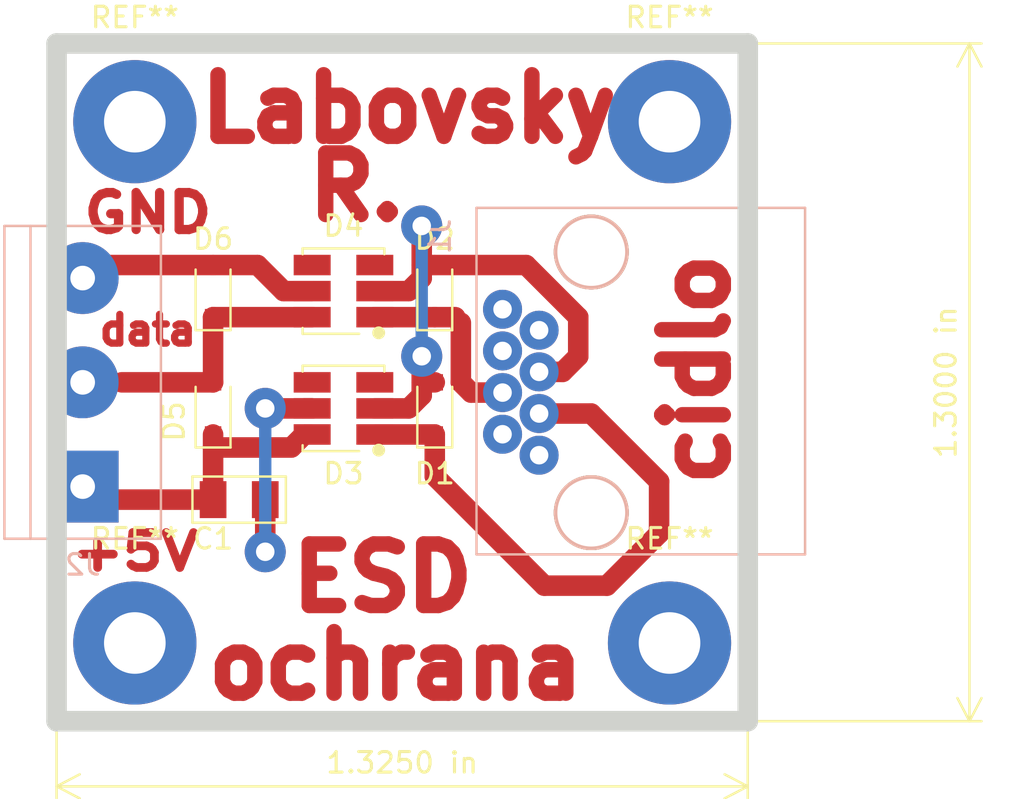
<source format=kicad_pcb>
(kicad_pcb (version 20171130) (host pcbnew "(5.1.5)-3")

  (general
    (thickness 1.6)
    (drawings 14)
    (tracks 53)
    (zones 0)
    (modules 13)
    (nets 15)
  )

  (page A4)
  (layers
    (0 F.Cu signal)
    (31 B.Cu signal)
    (32 B.Adhes user)
    (33 F.Adhes user)
    (34 B.Paste user)
    (35 F.Paste user)
    (36 B.SilkS user)
    (37 F.SilkS user)
    (38 B.Mask user)
    (39 F.Mask user)
    (40 Dwgs.User user)
    (41 Cmts.User user)
    (42 Eco1.User user)
    (43 Eco2.User user)
    (44 Edge.Cuts user)
    (45 Margin user)
    (46 B.CrtYd user)
    (47 F.CrtYd user)
    (48 B.Fab user hide)
    (49 F.Fab user hide)
  )

  (setup
    (last_trace_width 1)
    (user_trace_width 0.6)
    (user_trace_width 1)
    (trace_clearance 0.2)
    (zone_clearance 0.508)
    (zone_45_only no)
    (trace_min 0.2)
    (via_size 0.8)
    (via_drill 0.4)
    (via_min_size 0.4)
    (via_min_drill 0.3)
    (uvia_size 0.3)
    (uvia_drill 0.1)
    (uvias_allowed no)
    (uvia_min_size 0.2)
    (uvia_min_drill 0.1)
    (edge_width 0.05)
    (segment_width 0.2)
    (pcb_text_width 0.3)
    (pcb_text_size 1.5 1.5)
    (mod_edge_width 0.12)
    (mod_text_size 1 1)
    (mod_text_width 0.15)
    (pad_size 6 6)
    (pad_drill 3)
    (pad_to_mask_clearance 0.051)
    (solder_mask_min_width 0.25)
    (aux_axis_origin 0 0)
    (visible_elements 7FFFFFFF)
    (pcbplotparams
      (layerselection 0x00000_7fffffff)
      (usegerberextensions false)
      (usegerberattributes false)
      (usegerberadvancedattributes false)
      (creategerberjobfile false)
      (excludeedgelayer false)
      (linewidth 0.100000)
      (plotframeref false)
      (viasonmask true)
      (mode 1)
      (useauxorigin false)
      (hpglpennumber 1)
      (hpglpenspeed 20)
      (hpglpendiameter 15.000000)
      (psnegative false)
      (psa4output false)
      (plotreference false)
      (plotvalue false)
      (plotinvisibletext false)
      (padsonsilk true)
      (subtractmaskfromsilk false)
      (outputformat 5)
      (mirror true)
      (drillshape 1)
      (scaleselection 1)
      (outputdirectory "C:/Users/labovsky/Desktop/plosnaky3/"))
  )

  (net 0 "")
  (net 1 GND)
  (net 2 +5V)
  (net 3 "Net-(D3-Pad4)")
  (net 4 "Net-(D3-Pad3)")
  (net 5 "Net-(D4-Pad3)")
  (net 6 "Net-(D4-Pad4)")
  (net 7 "Net-(D4-Pad6)")
  (net 8 "Net-(J1-Pad7)")
  (net 9 "Net-(J1-Pad6)")
  (net 10 "Net-(J1-Pad2)")
  (net 11 "Net-(J1-Pad1)")
  (net 12 "Net-(J1-Pad8)")
  (net 13 /data)
  (net 14 "Net-(C1-Pad1)")

  (net_class Default "This is the default net class."
    (clearance 0.2)
    (trace_width 0.25)
    (via_dia 0.8)
    (via_drill 0.4)
    (uvia_dia 0.3)
    (uvia_drill 0.1)
    (add_net +5V)
    (add_net /data)
    (add_net GND)
    (add_net "Net-(C1-Pad1)")
    (add_net "Net-(D3-Pad3)")
    (add_net "Net-(D3-Pad4)")
    (add_net "Net-(D4-Pad3)")
    (add_net "Net-(D4-Pad4)")
    (add_net "Net-(D4-Pad6)")
    (add_net "Net-(J1-Pad1)")
    (add_net "Net-(J1-Pad2)")
    (add_net "Net-(J1-Pad6)")
    (add_net "Net-(J1-Pad7)")
    (add_net "Net-(J1-Pad8)")
  )

  (module Connector_Wire:SolderWirePad_1x01_Drill2.5mm (layer F.Cu) (tedit 5F09C6BB) (tstamp 5F0A1CA3)
    (at 220.98 97.79)
    (descr "Wire solder connection")
    (tags connector)
    (attr virtual)
    (fp_text reference REF** (at 0 -5.08) (layer F.SilkS)
      (effects (font (size 1 1) (thickness 0.15)))
    )
    (fp_text value SolderWirePad_1x01_Drill2.5mm (at 0 5.08) (layer F.Fab)
      (effects (font (size 1 1) (thickness 0.15)))
    )
    (fp_text user %R (at 0 0) (layer F.Fab)
      (effects (font (size 1 1) (thickness 0.15)))
    )
    (fp_line (start -3.5 -3.5) (end 3.5 -3.5) (layer F.CrtYd) (width 0.05))
    (fp_line (start -3.5 -3.5) (end -3.5 3.5) (layer F.CrtYd) (width 0.05))
    (fp_line (start 3.5 3.5) (end 3.5 -3.5) (layer F.CrtYd) (width 0.05))
    (fp_line (start 3.5 3.5) (end -3.5 3.5) (layer F.CrtYd) (width 0.05))
    (pad 4 thru_hole circle (at 0 0) (size 6 6) (drill 3) (layers *.Cu *.Mask))
  )

  (module Connector_Wire:SolderWirePad_1x01_Drill2.5mm (layer F.Cu) (tedit 5F09C6A7) (tstamp 5F0A1CA3)
    (at 194.945 97.79)
    (descr "Wire solder connection")
    (tags connector)
    (attr virtual)
    (fp_text reference REF** (at 0 -5.08) (layer F.SilkS)
      (effects (font (size 1 1) (thickness 0.15)))
    )
    (fp_text value SolderWirePad_1x01_Drill2.5mm (at 0 5.08) (layer F.Fab)
      (effects (font (size 1 1) (thickness 0.15)))
    )
    (fp_text user %R (at 0 0) (layer F.Fab)
      (effects (font (size 1 1) (thickness 0.15)))
    )
    (fp_line (start -3.5 -3.5) (end 3.5 -3.5) (layer F.CrtYd) (width 0.05))
    (fp_line (start -3.5 -3.5) (end -3.5 3.5) (layer F.CrtYd) (width 0.05))
    (fp_line (start 3.5 3.5) (end 3.5 -3.5) (layer F.CrtYd) (width 0.05))
    (fp_line (start 3.5 3.5) (end -3.5 3.5) (layer F.CrtYd) (width 0.05))
    (pad 3 thru_hole circle (at 0 0) (size 6 6) (drill 3) (layers *.Cu *.Mask))
  )

  (module Connector_Wire:SolderWirePad_1x01_Drill2.5mm (layer F.Cu) (tedit 5F09C697) (tstamp 5F0A1CA3)
    (at 220.98 72.39)
    (descr "Wire solder connection")
    (tags connector)
    (attr virtual)
    (fp_text reference REF** (at 0 -5.08) (layer F.SilkS)
      (effects (font (size 1 1) (thickness 0.15)))
    )
    (fp_text value SolderWirePad_1x01_Drill2.5mm (at 0 5.08) (layer F.Fab)
      (effects (font (size 1 1) (thickness 0.15)))
    )
    (fp_text user %R (at 0 0) (layer F.Fab)
      (effects (font (size 1 1) (thickness 0.15)))
    )
    (fp_line (start -3.5 -3.5) (end 3.5 -3.5) (layer F.CrtYd) (width 0.05))
    (fp_line (start -3.5 -3.5) (end -3.5 3.5) (layer F.CrtYd) (width 0.05))
    (fp_line (start 3.5 3.5) (end 3.5 -3.5) (layer F.CrtYd) (width 0.05))
    (fp_line (start 3.5 3.5) (end -3.5 3.5) (layer F.CrtYd) (width 0.05))
    (pad 2 thru_hole circle (at 0 0) (size 6 6) (drill 3) (layers *.Cu *.Mask))
  )

  (module Connector_Wire:SolderWirePad_1x01_Drill2.5mm (layer F.Cu) (tedit 5F09C68C) (tstamp 5F0A1C98)
    (at 194.945 72.39)
    (descr "Wire solder connection")
    (tags connector)
    (attr virtual)
    (fp_text reference REF** (at 0 -5.08) (layer F.SilkS)
      (effects (font (size 1 1) (thickness 0.15)))
    )
    (fp_text value SolderWirePad_1x01_Drill2.5mm (at 0 5.08) (layer F.Fab)
      (effects (font (size 1 1) (thickness 0.15)))
    )
    (fp_line (start 3.5 3.5) (end -3.5 3.5) (layer F.CrtYd) (width 0.05))
    (fp_line (start 3.5 3.5) (end 3.5 -3.5) (layer F.CrtYd) (width 0.05))
    (fp_line (start -3.5 -3.5) (end -3.5 3.5) (layer F.CrtYd) (width 0.05))
    (fp_line (start -3.5 -3.5) (end 3.5 -3.5) (layer F.CrtYd) (width 0.05))
    (fp_text user %R (at 0 0) (layer F.Fab)
      (effects (font (size 1 1) (thickness 0.15)))
    )
    (pad 1 thru_hole circle (at 0 0) (size 6 6) (drill 3) (layers *.Cu *.Mask))
  )

  (module capacitors_smd_rl:c_1206_rl (layer F.Cu) (tedit 5E6033A3) (tstamp 5E845268)
    (at 200.025 90.805)
    (path /5E8380E3)
    (fp_text reference C1 (at -1.27 1.905 180) (layer F.SilkS)
      (effects (font (size 1 1) (thickness 0.15)))
    )
    (fp_text value 100nF (at -0.254 2.032) (layer F.Fab)
      (effects (font (size 1 1) (thickness 0.15)))
    )
    (fp_line (start -2.275 1.125) (end -2.275 -1.125) (layer F.SilkS) (width 0.12))
    (fp_line (start 2.275 1.125) (end -2.275 1.125) (layer F.SilkS) (width 0.12))
    (fp_line (start 2.275 -1.125) (end 2.275 1.125) (layer F.SilkS) (width 0.12))
    (fp_line (start -2.275 -1.125) (end 2.275 -1.125) (layer F.SilkS) (width 0.12))
    (fp_line (start 2.28 1.12) (end -2.28 1.12) (layer F.CrtYd) (width 0.12))
    (fp_line (start 1.6 0.8) (end -1.6 0.8) (layer F.Fab) (width 0.12))
    (fp_line (start -2.28 1.12) (end -2.28 -1.12) (layer F.CrtYd) (width 0.12))
    (fp_line (start -2.28 -1.12) (end 2.28 -1.12) (layer F.CrtYd) (width 0.12))
    (fp_line (start -1.6 -0.8) (end 1.6 -0.8) (layer F.Fab) (width 0.12))
    (fp_line (start -1.6 0.8) (end -1.6 -0.8) (layer F.Fab) (width 0.12))
    (fp_line (start 2.28 -1.12) (end 2.28 1.12) (layer F.CrtYd) (width 0.12))
    (fp_line (start 1.6 -0.8) (end 1.6 0.8) (layer F.Fab) (width 0.12))
    (fp_text user %R (at 0 0) (layer F.Fab)
      (effects (font (size 0.8 0.8) (thickness 0.12)))
    )
    (pad 2 smd rect (at 1.27 0) (size 1.3 1.8) (layers F.Cu F.Paste F.Mask)
      (net 1 GND))
    (pad 1 smd rect (at -1.27 0) (size 1.3 1.8) (layers F.Cu F.Paste F.Mask)
      (net 14 "Net-(C1-Pad1)"))
  )

  (module connectors_rl:rj45_amphenol_icc_rjhse_5080 (layer B.Cu) (tedit 5E908A8C) (tstamp 5E736A40)
    (at 214.63 80.01 270)
    (path /5E703D81)
    (fp_text reference J1 (at -2.032 4.826 270) (layer B.SilkS)
      (effects (font (size 1 1) (thickness 0.15)) (justify mirror))
    )
    (fp_text value RJ45 (at 4.318 -14.224 270) (layer B.Fab)
      (effects (font (size 1 1) (thickness 0.15)) (justify mirror))
    )
    (fp_text user %R (at 4.7 -6.35 270) (layer B.Fab)
      (effects (font (size 1 1) (thickness 0.15)) (justify mirror))
    )
    (fp_line (start 13.462 3.048) (end 13.462 -12.83) (layer B.Fab) (width 0.1))
    (fp_line (start 13.97 3.302) (end 13.97 -13.33) (layer B.CrtYd) (width 0.05))
    (fp_line (start -3.42 3.048) (end -3.42 -12.95) (layer B.SilkS) (width 0.12))
    (fp_line (start -3.81 3.302) (end -3.8 -13.33) (layer B.CrtYd) (width 0.05))
    (fp_line (start 13.462 3.048) (end -3.302 3.048) (layer B.Fab) (width 0.1))
    (fp_line (start -3.8 3.302) (end 13.97 3.302) (layer B.CrtYd) (width 0.05))
    (fp_line (start 13.462 -12.95) (end -3.42 -12.95) (layer B.SilkS) (width 0.12))
    (fp_line (start -3.305 3.048) (end -3.305 -12.83) (layer B.Fab) (width 0.1))
    (fp_line (start 13.462 3.048) (end 13.462 -12.95) (layer B.SilkS) (width 0.12))
    (fp_line (start 13.462 3.048) (end -3.42 3.048) (layer B.SilkS) (width 0.12))
    (fp_line (start -3.8 -13.33) (end 13.97 -13.33) (layer B.CrtYd) (width 0.05))
    (fp_line (start 13.462 -12.83) (end -3.305 -12.83) (layer B.Fab) (width 0.1))
    (pad 7 thru_hole circle (at 2.54 0 270) (size 1.9 1.9) (drill 0.9) (layers *.Cu *.Mask)
      (net 8 "Net-(J1-Pad7)"))
    (pad 3 thru_hole circle (at 6.6 0 270) (size 1.9 1.9) (drill 0.9) (layers *.Cu *.Mask)
      (net 2 +5V))
    (pad 4 thru_hole circle (at 5.58 1.78 180) (size 1.9 1.9) (drill 0.9) (layers *.Cu *.Mask)
      (net 13 /data))
    (pad 2 thru_hole circle (at 7.61 1.78 270) (size 1.9 1.9) (drill 0.9) (layers *.Cu *.Mask)
      (net 10 "Net-(J1-Pad2)"))
    (pad "" np_thru_hole circle (at -1.27 -2.54 270) (size 3.65 3.65) (drill 3.3) (layers *.Cu *.SilkS *.Mask))
    (pad 6 thru_hole circle (at 3.55 1.78 270) (size 1.9 1.9) (drill 0.9) (layers *.Cu *.Mask)
      (net 9 "Net-(J1-Pad6)"))
    (pad 1 thru_hole circle (at 8.63 0 270) (size 1.9 1.9) (drill 0.9) (layers *.Cu *.Mask)
      (net 11 "Net-(J1-Pad1)"))
    (pad "" np_thru_hole circle (at 11.43 -2.54 270) (size 3.65 3.65) (drill 3.3) (layers *.Cu *.SilkS *.Mask))
    (pad 8 thru_hole circle (at 1.52 1.78 270) (size 1.9 1.9) (drill 0.9) (layers *.Cu *.Mask)
      (net 12 "Net-(J1-Pad8)"))
    (pad 5 thru_hole circle (at 4.57 0 270) (size 1.9 1.9) (drill 0.9) (layers *.Cu *.Mask)
      (net 1 GND))
  )

  (module diodes_smd_rl:sod_323_rl (layer F.Cu) (tedit 5E70A055) (tstamp 5E7369A6)
    (at 209.55 86.36 90)
    (path /5E8CBC59)
    (fp_text reference D1 (at -3.175 0) (layer F.SilkS)
      (effects (font (size 1 1) (thickness 0.15)))
    )
    (fp_text value undir_transil (at 0.254 1.778 90) (layer F.Fab)
      (effects (font (size 1 1) (thickness 0.15)))
    )
    (fp_line (start 1.778 -0.95) (end 1.778 0.95) (layer F.CrtYd) (width 0.05))
    (fp_line (start -0.3 -0.35) (end -0.3 0.35) (layer F.Fab) (width 0.1))
    (fp_line (start -0.3 0) (end 0.2 -0.35) (layer F.Fab) (width 0.1))
    (fp_line (start 0.9 0.7) (end -0.9 0.7) (layer F.Fab) (width 0.1))
    (fp_line (start -0.3 0) (end -0.5 0) (layer F.Fab) (width 0.1))
    (fp_line (start 0.2 -0.35) (end 0.2 0.35) (layer F.Fab) (width 0.1))
    (fp_line (start -1.905 -0.85) (end -1.905 0.85) (layer F.SilkS) (width 0.12))
    (fp_line (start -0.9 -0.7) (end 0.9 -0.7) (layer F.Fab) (width 0.1))
    (fp_line (start -1.905 0.85) (end 1.05 0.85) (layer F.SilkS) (width 0.12))
    (fp_line (start -1.905 0.9525) (end 1.778 0.95) (layer F.CrtYd) (width 0.05))
    (fp_line (start -1.905 -0.85) (end 1.05 -0.85) (layer F.SilkS) (width 0.12))
    (fp_line (start 0.2 0.35) (end -0.3 0) (layer F.Fab) (width 0.1))
    (fp_line (start -0.9 0.7) (end -0.9 -0.7) (layer F.Fab) (width 0.1))
    (fp_line (start 0.2 0) (end 0.45 0) (layer F.Fab) (width 0.1))
    (fp_line (start 0.9 -0.7) (end 0.9 0.7) (layer F.Fab) (width 0.1))
    (fp_line (start -1.905 -0.9525) (end 1.778 -0.9525) (layer F.CrtYd) (width 0.05))
    (fp_line (start -1.905 -0.9525) (end -1.905 0.9525) (layer F.CrtYd) (width 0.05))
    (pad 2 smd rect (at 1.27 0 90) (size 0.8 0.8) (layers F.Cu F.Paste F.Mask)
      (net 1 GND))
    (pad 1 smd rect (at -1.27 0 90) (size 0.8 0.8) (layers F.Cu F.Paste F.Mask)
      (net 2 +5V))
  )

  (module diodes_smd_rl:sod_323_rl (layer F.Cu) (tedit 5E70A055) (tstamp 5E7369BD)
    (at 209.55 80.645 90)
    (path /5E8CE47F)
    (fp_text reference D2 (at 2.54 0 180) (layer F.SilkS)
      (effects (font (size 1 1) (thickness 0.15)))
    )
    (fp_text value undir_transil (at 0.254 1.778 90) (layer F.Fab)
      (effects (font (size 1 1) (thickness 0.15)))
    )
    (fp_line (start -1.905 -0.9525) (end -1.905 0.9525) (layer F.CrtYd) (width 0.05))
    (fp_line (start -1.905 -0.9525) (end 1.778 -0.9525) (layer F.CrtYd) (width 0.05))
    (fp_line (start 0.9 -0.7) (end 0.9 0.7) (layer F.Fab) (width 0.1))
    (fp_line (start 0.2 0) (end 0.45 0) (layer F.Fab) (width 0.1))
    (fp_line (start -0.9 0.7) (end -0.9 -0.7) (layer F.Fab) (width 0.1))
    (fp_line (start 0.2 0.35) (end -0.3 0) (layer F.Fab) (width 0.1))
    (fp_line (start -1.905 -0.85) (end 1.05 -0.85) (layer F.SilkS) (width 0.12))
    (fp_line (start -1.905 0.9525) (end 1.778 0.95) (layer F.CrtYd) (width 0.05))
    (fp_line (start -1.905 0.85) (end 1.05 0.85) (layer F.SilkS) (width 0.12))
    (fp_line (start -0.9 -0.7) (end 0.9 -0.7) (layer F.Fab) (width 0.1))
    (fp_line (start -1.905 -0.85) (end -1.905 0.85) (layer F.SilkS) (width 0.12))
    (fp_line (start 0.2 -0.35) (end 0.2 0.35) (layer F.Fab) (width 0.1))
    (fp_line (start -0.3 0) (end -0.5 0) (layer F.Fab) (width 0.1))
    (fp_line (start 0.9 0.7) (end -0.9 0.7) (layer F.Fab) (width 0.1))
    (fp_line (start -0.3 0) (end 0.2 -0.35) (layer F.Fab) (width 0.1))
    (fp_line (start -0.3 -0.35) (end -0.3 0.35) (layer F.Fab) (width 0.1))
    (fp_line (start 1.778 -0.95) (end 1.778 0.95) (layer F.CrtYd) (width 0.05))
    (pad 1 smd rect (at -1.27 0 90) (size 0.8 0.8) (layers F.Cu F.Paste F.Mask)
      (net 13 /data))
    (pad 2 smd rect (at 1.27 0 90) (size 0.8 0.8) (layers F.Cu F.Paste F.Mask)
      (net 1 GND))
  )

  (module packages_tsoc_rl:tsoc_6_rl (layer F.Cu) (tedit 5E908989) (tstamp 5E84537C)
    (at 205.105 86.36 180)
    (path /5E8D0A59)
    (fp_text reference D3 (at 0 -3.175) (layer F.SilkS)
      (effects (font (size 1 1) (thickness 0.15)))
    )
    (fp_text value DS9503_rl (at 0 3.048) (layer F.Fab)
      (effects (font (size 1 1) (thickness 0.15)))
    )
    (fp_text user %R (at 0 0) (layer F.Fab)
      (effects (font (size 0.7 0.7) (thickness 0.127)))
    )
    (fp_line (start -1.88 -1.27) (end -1.18 -1.97) (layer F.Fab) (width 0.1))
    (fp_line (start -2.44 -2.22) (end -2.44 2.22) (layer F.CrtYd) (width 0.05))
    (fp_line (start 2.44 -2.22) (end 2.44 2.22) (layer F.CrtYd) (width 0.05))
    (fp_line (start 1.99 -2.08) (end 1.99 -1.795) (layer F.SilkS) (width 0.12))
    (fp_line (start 1.99 1.795) (end 1.99 2.08) (layer F.SilkS) (width 0.12))
    (fp_line (start -1.99 2.08) (end 1.99 2.08) (layer F.SilkS) (width 0.12))
    (fp_line (start -2.44 2.22) (end 2.44 2.22) (layer F.CrtYd) (width 0.05))
    (fp_line (start -1.99 1.795) (end -1.99 2.08) (layer F.SilkS) (width 0.12))
    (fp_line (start -2.44 -2.22) (end 2.44 -2.22) (layer F.CrtYd) (width 0.05))
    (fp_line (start -1.18 -1.97) (end 1.88 -1.97) (layer F.Fab) (width 0.1))
    (fp_line (start -1.88 1.97) (end 1.88 1.97) (layer F.Fab) (width 0.1))
    (fp_line (start -1.88 -1.27) (end -1.88 1.97) (layer F.Fab) (width 0.1))
    (fp_line (start -0.762 -2.08) (end 1.99 -2.08) (layer F.SilkS) (width 0.12))
    (fp_line (start 1.88 -1.97) (end 1.88 1.97) (layer F.Fab) (width 0.1))
    (fp_circle (center -1.7145 -2.032) (end -1.9685 -2.032) (layer F.SilkS) (width 0.12))
    (fp_circle (center -1.7145 -2.032) (end -1.651 -1.905) (layer F.SilkS) (width 0.12))
    (fp_circle (center -1.7145 -2.032) (end -1.7145 -1.9685) (layer F.SilkS) (width 0.12))
    (pad 6 smd rect (at 1.525 -1.27 180) (size 1.8 1) (layers F.Cu F.Paste F.Mask)
      (net 14 "Net-(C1-Pad1)"))
    (pad 5 smd rect (at 1.525 0 180) (size 1.8 1) (layers F.Cu F.Paste F.Mask)
      (net 1 GND))
    (pad 4 smd rect (at 1.525 1.27 180) (size 1.8 1) (layers F.Cu F.Paste F.Mask)
      (net 3 "Net-(D3-Pad4)"))
    (pad 1 smd rect (at -1.525 -1.27 180) (size 1.8 1) (layers F.Cu F.Paste F.Mask)
      (net 2 +5V))
    (pad 3 smd rect (at -1.525 1.27 180) (size 1.8 1) (layers F.Cu F.Paste F.Mask)
      (net 4 "Net-(D3-Pad3)"))
    (pad 2 smd rect (at -1.525 0 180) (size 1.8 1) (layers F.Cu F.Paste F.Mask)
      (net 1 GND))
  )

  (module packages_tsoc_rl:tsoc_6_rl (layer F.Cu) (tedit 5E9089D4) (tstamp 5E84532B)
    (at 205.105 80.645 180)
    (path /5E8D2FE9)
    (fp_text reference D4 (at 0 3.175) (layer F.SilkS)
      (effects (font (size 1 1) (thickness 0.15)))
    )
    (fp_text value DS9503_rl (at 0 3.048) (layer F.Fab)
      (effects (font (size 1 1) (thickness 0.15)))
    )
    (fp_circle (center -1.7145 -2.032) (end -1.7145 -1.9685) (layer F.SilkS) (width 0.12))
    (fp_circle (center -1.7145 -2.032) (end -1.651 -1.905) (layer F.SilkS) (width 0.12))
    (fp_circle (center -1.7145 -2.032) (end -1.9685 -2.032) (layer F.SilkS) (width 0.12))
    (fp_line (start 1.88 -1.97) (end 1.88 1.97) (layer F.Fab) (width 0.1))
    (fp_line (start -0.762 -2.08) (end 1.99 -2.08) (layer F.SilkS) (width 0.12))
    (fp_line (start -1.88 -1.27) (end -1.88 1.97) (layer F.Fab) (width 0.1))
    (fp_line (start -1.88 1.97) (end 1.88 1.97) (layer F.Fab) (width 0.1))
    (fp_line (start -1.18 -1.97) (end 1.88 -1.97) (layer F.Fab) (width 0.1))
    (fp_line (start -2.44 -2.22) (end 2.44 -2.22) (layer F.CrtYd) (width 0.05))
    (fp_line (start -1.99 1.795) (end -1.99 2.08) (layer F.SilkS) (width 0.12))
    (fp_line (start -2.44 2.22) (end 2.44 2.22) (layer F.CrtYd) (width 0.05))
    (fp_line (start -1.99 2.08) (end 1.99 2.08) (layer F.SilkS) (width 0.12))
    (fp_line (start 1.99 1.795) (end 1.99 2.08) (layer F.SilkS) (width 0.12))
    (fp_line (start 1.99 -2.08) (end 1.99 -1.795) (layer F.SilkS) (width 0.12))
    (fp_line (start 2.44 -2.22) (end 2.44 2.22) (layer F.CrtYd) (width 0.05))
    (fp_line (start -2.44 -2.22) (end -2.44 2.22) (layer F.CrtYd) (width 0.05))
    (fp_line (start -1.88 -1.27) (end -1.18 -1.97) (layer F.Fab) (width 0.1))
    (fp_text user %R (at 0 0) (layer F.Fab)
      (effects (font (size 0.7 0.7) (thickness 0.127)))
    )
    (pad 2 smd rect (at -1.525 0 180) (size 1.8 1) (layers F.Cu F.Paste F.Mask)
      (net 1 GND))
    (pad 3 smd rect (at -1.525 1.27 180) (size 1.8 1) (layers F.Cu F.Paste F.Mask)
      (net 5 "Net-(D4-Pad3)"))
    (pad 1 smd rect (at -1.525 -1.27 180) (size 1.8 1) (layers F.Cu F.Paste F.Mask)
      (net 13 /data))
    (pad 4 smd rect (at 1.525 1.27 180) (size 1.8 1) (layers F.Cu F.Paste F.Mask)
      (net 6 "Net-(D4-Pad4)"))
    (pad 5 smd rect (at 1.525 0 180) (size 1.8 1) (layers F.Cu F.Paste F.Mask)
      (net 1 GND))
    (pad 6 smd rect (at 1.525 -1.27 180) (size 1.8 1) (layers F.Cu F.Paste F.Mask)
      (net 7 "Net-(D4-Pad6)"))
  )

  (module diodes_smd_rl:sod_323_rl (layer F.Cu) (tedit 5E70A055) (tstamp 5E8452E4)
    (at 198.755 86.36 90)
    (path /5E702624)
    (fp_text reference D5 (at -0.635 -1.905 90) (layer F.SilkS)
      (effects (font (size 1 1) (thickness 0.15)))
    )
    (fp_text value D_Schottky (at 0.254 1.778 90) (layer F.Fab)
      (effects (font (size 1 1) (thickness 0.15)))
    )
    (fp_line (start -1.905 -0.9525) (end -1.905 0.9525) (layer F.CrtYd) (width 0.05))
    (fp_line (start -1.905 -0.9525) (end 1.778 -0.9525) (layer F.CrtYd) (width 0.05))
    (fp_line (start 0.9 -0.7) (end 0.9 0.7) (layer F.Fab) (width 0.1))
    (fp_line (start 0.2 0) (end 0.45 0) (layer F.Fab) (width 0.1))
    (fp_line (start -0.9 0.7) (end -0.9 -0.7) (layer F.Fab) (width 0.1))
    (fp_line (start 0.2 0.35) (end -0.3 0) (layer F.Fab) (width 0.1))
    (fp_line (start -1.905 -0.85) (end 1.05 -0.85) (layer F.SilkS) (width 0.12))
    (fp_line (start -1.905 0.9525) (end 1.778 0.95) (layer F.CrtYd) (width 0.05))
    (fp_line (start -1.905 0.85) (end 1.05 0.85) (layer F.SilkS) (width 0.12))
    (fp_line (start -0.9 -0.7) (end 0.9 -0.7) (layer F.Fab) (width 0.1))
    (fp_line (start -1.905 -0.85) (end -1.905 0.85) (layer F.SilkS) (width 0.12))
    (fp_line (start 0.2 -0.35) (end 0.2 0.35) (layer F.Fab) (width 0.1))
    (fp_line (start -0.3 0) (end -0.5 0) (layer F.Fab) (width 0.1))
    (fp_line (start 0.9 0.7) (end -0.9 0.7) (layer F.Fab) (width 0.1))
    (fp_line (start -0.3 0) (end 0.2 -0.35) (layer F.Fab) (width 0.1))
    (fp_line (start -0.3 -0.35) (end -0.3 0.35) (layer F.Fab) (width 0.1))
    (fp_line (start 1.778 -0.95) (end 1.778 0.95) (layer F.CrtYd) (width 0.05))
    (pad 1 smd rect (at -1.27 0 90) (size 0.8 0.8) (layers F.Cu F.Paste F.Mask)
      (net 14 "Net-(C1-Pad1)"))
    (pad 2 smd rect (at 1.27 0 90) (size 0.8 0.8) (layers F.Cu F.Paste F.Mask)
      (net 7 "Net-(D4-Pad6)"))
  )

  (module diodes_smd_rl:sod_323_rl (layer F.Cu) (tedit 5E70A055) (tstamp 5E8452A2)
    (at 198.755 80.645 90)
    (path /5E701A7A)
    (fp_text reference D6 (at 2.54 0 180) (layer F.SilkS)
      (effects (font (size 1 1) (thickness 0.15)))
    )
    (fp_text value D_Schottky (at 0.254 1.778 90) (layer F.Fab)
      (effects (font (size 1 1) (thickness 0.15)))
    )
    (fp_line (start 1.778 -0.95) (end 1.778 0.95) (layer F.CrtYd) (width 0.05))
    (fp_line (start -0.3 -0.35) (end -0.3 0.35) (layer F.Fab) (width 0.1))
    (fp_line (start -0.3 0) (end 0.2 -0.35) (layer F.Fab) (width 0.1))
    (fp_line (start 0.9 0.7) (end -0.9 0.7) (layer F.Fab) (width 0.1))
    (fp_line (start -0.3 0) (end -0.5 0) (layer F.Fab) (width 0.1))
    (fp_line (start 0.2 -0.35) (end 0.2 0.35) (layer F.Fab) (width 0.1))
    (fp_line (start -1.905 -0.85) (end -1.905 0.85) (layer F.SilkS) (width 0.12))
    (fp_line (start -0.9 -0.7) (end 0.9 -0.7) (layer F.Fab) (width 0.1))
    (fp_line (start -1.905 0.85) (end 1.05 0.85) (layer F.SilkS) (width 0.12))
    (fp_line (start -1.905 0.9525) (end 1.778 0.95) (layer F.CrtYd) (width 0.05))
    (fp_line (start -1.905 -0.85) (end 1.05 -0.85) (layer F.SilkS) (width 0.12))
    (fp_line (start 0.2 0.35) (end -0.3 0) (layer F.Fab) (width 0.1))
    (fp_line (start -0.9 0.7) (end -0.9 -0.7) (layer F.Fab) (width 0.1))
    (fp_line (start 0.2 0) (end 0.45 0) (layer F.Fab) (width 0.1))
    (fp_line (start 0.9 -0.7) (end 0.9 0.7) (layer F.Fab) (width 0.1))
    (fp_line (start -1.905 -0.9525) (end 1.778 -0.9525) (layer F.CrtYd) (width 0.05))
    (fp_line (start -1.905 -0.9525) (end -1.905 0.9525) (layer F.CrtYd) (width 0.05))
    (pad 2 smd rect (at 1.27 0 90) (size 0.8 0.8) (layers F.Cu F.Paste F.Mask)
      (net 1 GND))
    (pad 1 smd rect (at -1.27 0 90) (size 0.8 0.8) (layers F.Cu F.Paste F.Mask)
      (net 7 "Net-(D4-Pad6)"))
  )

  (module terminal_blocks_th_rl:xy301v_a_5_3p_rl (layer B.Cu) (tedit 5E70A484) (tstamp 5E7379B6)
    (at 192.405 85.09 90)
    (path /5E70DB6B)
    (fp_text reference J2 (at -8.89 0 180) (layer B.SilkS)
      (effects (font (size 1 1) (thickness 0.15)) (justify mirror))
    )
    (fp_text value Screw_Terminal_01x03 (at 0 -4.826 270) (layer B.Fab)
      (effects (font (size 1 1) (thickness 0.15)) (justify mirror))
    )
    (fp_line (start -7.55 -3.75) (end -7.55 3.75) (layer B.Fab) (width 0.12))
    (fp_line (start 7.55 -3.75) (end -7.55 -3.75) (layer B.Fab) (width 0.1))
    (fp_line (start 7.8 -4) (end -7.8 -4) (layer B.CrtYd) (width 0.05))
    (fp_line (start -7.62 -3.81) (end 7.62 -3.81) (layer B.SilkS) (width 0.12))
    (fp_line (start 7.55 3.75) (end 7.55 -3.75) (layer B.Fab) (width 0.12))
    (fp_line (start -7.55 -2.55) (end 7.55 -2.55) (layer B.Fab) (width 0.12))
    (fp_line (start -7.62 -2.54) (end 7.62 -2.54) (layer B.SilkS) (width 0.12))
    (fp_line (start -7.62 -3.81) (end -7.62 3.81) (layer B.SilkS) (width 0.12))
    (fp_line (start 7.8 -4) (end 7.8 4) (layer B.CrtYd) (width 0.05))
    (fp_line (start -7.8 4) (end -7.8 -4) (layer B.CrtYd) (width 0.05))
    (fp_line (start -7.62 3.81) (end 7.62 3.81) (layer B.SilkS) (width 0.12))
    (fp_line (start -7.55 3.75) (end 7.55 3.75) (layer B.Fab) (width 0.12))
    (fp_line (start 7.62 -3.81) (end 7.62 3.81) (layer B.SilkS) (width 0.12))
    (fp_line (start -7.8 4) (end 7.8 4) (layer B.CrtYd) (width 0.05))
    (fp_text user %R (at 0 0 270) (layer B.Fab)
      (effects (font (size 1 1) (thickness 0.15)) (justify mirror))
    )
    (pad 1 thru_hole rect (at -5.08 0 90) (size 3.5 3.5) (drill 1.2) (layers *.Cu *.Mask)
      (net 14 "Net-(C1-Pad1)"))
    (pad 3 thru_hole circle (at 5.08 0 90) (size 3.5 3.5) (drill 1.2) (layers *.Cu *.Mask)
      (net 1 GND))
    (pad 2 thru_hole circle (at 0 0 90) (size 3.5 3.5) (drill 1.2) (layers *.Cu *.Mask)
      (net 7 "Net-(D4-Pad6)"))
  )

  (dimension 33.02 (width 0.12) (layer F.SilkS)
    (gr_text "33.020 mm" (at 236.855 85.09 90) (layer F.SilkS)
      (effects (font (size 1 1) (thickness 0.15)))
    )
    (feature1 (pts (xy 224.79 68.58) (xy 236.171421 68.58)))
    (feature2 (pts (xy 224.79 101.6) (xy 236.171421 101.6)))
    (crossbar (pts (xy 235.585 101.6) (xy 235.585 68.58)))
    (arrow1a (pts (xy 235.585 68.58) (xy 236.171421 69.706504)))
    (arrow1b (pts (xy 235.585 68.58) (xy 234.998579 69.706504)))
    (arrow2a (pts (xy 235.585 101.6) (xy 236.171421 100.473496)))
    (arrow2b (pts (xy 235.585 101.6) (xy 234.998579 100.473496)))
  )
  (dimension 33.655 (width 0.12) (layer F.SilkS)
    (gr_text "33.655 mm" (at 207.9625 106.045) (layer F.SilkS)
      (effects (font (size 1 1) (thickness 0.15)))
    )
    (feature1 (pts (xy 224.79 101.6) (xy 224.79 105.361421)))
    (feature2 (pts (xy 191.135 101.6) (xy 191.135 105.361421)))
    (crossbar (pts (xy 191.135 104.775) (xy 224.79 104.775)))
    (arrow1a (pts (xy 224.79 104.775) (xy 223.663496 105.361421)))
    (arrow1b (pts (xy 224.79 104.775) (xy 223.663496 104.188579)))
    (arrow2a (pts (xy 191.135 104.775) (xy 192.261504 105.361421)))
    (arrow2b (pts (xy 191.135 104.775) (xy 192.261504 104.188579)))
  )
  (gr_text R. (at 205.74 75.565) (layer F.Cu) (tstamp 5E849A35)
    (effects (font (size 3 3) (thickness 0.75)))
  )
  (gr_text ESD (at 207.01 94.615) (layer F.Cu) (tstamp 5E849948)
    (effects (font (size 3 3) (thickness 0.75)))
  )
  (gr_text cidlo (at 222.25 84.455 90) (layer F.Cu) (tstamp 5E849B3E)
    (effects (font (size 3 3) (thickness 0.75)))
  )
  (gr_text GND (at 195.58 76.835) (layer F.Cu) (tstamp 5E7A7E1B)
    (effects (font (size 1.8 2) (thickness 0.45)))
  )
  (gr_text data (at 195.58 82.55) (layer F.Cu)
    (effects (font (size 1.4 1.4) (thickness 0.35)))
  )
  (gr_text +5V (at 194.945 93.345) (layer F.Cu) (tstamp 5E7A7DEA)
    (effects (font (size 1.7 2) (thickness 0.425)))
  )
  (gr_text Labovsky (at 208.28 71.755) (layer F.Cu)
    (effects (font (size 3 3) (thickness 0.75)))
  )
  (gr_text ochrana (at 207.645 98.886631) (layer F.Cu)
    (effects (font (size 3 3) (thickness 0.75)))
  )
  (gr_line (start 191.135 101.6) (end 191.135 68.58) (layer Edge.Cuts) (width 1) (tstamp 5E73868B))
  (gr_line (start 224.79 101.6) (end 191.135 101.6) (layer Edge.Cuts) (width 1))
  (gr_line (start 224.79 68.58) (end 224.79 101.6) (layer Edge.Cuts) (width 1) (tstamp 5E73ACAD))
  (gr_line (start 191.135 68.58) (end 224.79 68.58) (layer Edge.Cuts) (width 1))

  (segment (start 215.775 84.58) (end 216.535 83.82) (width 1) (layer F.Cu) (net 1))
  (segment (start 216.535 83.82) (end 216.535 81.915) (width 1) (layer F.Cu) (net 1))
  (segment (start 214.63 84.58) (end 215.775 84.58) (width 1) (layer F.Cu) (net 1))
  (segment (start 216.535 81.915) (end 213.995 79.375) (width 1) (layer F.Cu) (net 1))
  (segment (start 206.63 86.36) (end 208.28 86.36) (width 1) (layer F.Cu) (net 1) (tstamp 5E84520F))
  (segment (start 203.2 86.36) (end 203.58 86.36) (width 1) (layer F.Cu) (net 1))
  (segment (start 203.58 86.36) (end 201.295 86.36) (width 1) (layer F.Cu) (net 1))
  (via (at 201.295 86.36) (size 2) (drill 0.9) (layers F.Cu B.Cu) (net 1))
  (via (at 201.295 93.345) (size 2) (drill 0.9) (layers F.Cu B.Cu) (net 1))
  (segment (start 201.295 93.345) (end 201.295 86.36) (width 0.6) (layer B.Cu) (net 1))
  (segment (start 193.04 79.375) (end 192.405 80.01) (width 1) (layer F.Cu) (net 1))
  (segment (start 198.755 79.375) (end 193.04 79.375) (width 1) (layer F.Cu) (net 1))
  (segment (start 201.295 93.345) (end 201.295 90.805) (width 1) (layer F.Cu) (net 1))
  (via (at 208.915 83.82) (size 2) (drill 0.9) (layers F.Cu B.Cu) (net 1))
  (segment (start 208.915 77.47) (end 208.915 83.82) (width 0.6) (layer B.Cu) (net 1))
  (via (at 208.915 77.47) (size 2) (drill 0.9) (layers F.Cu B.Cu) (net 1))
  (segment (start 213.995 79.375) (end 209.55 79.375) (width 1) (layer F.Cu) (net 1))
  (segment (start 208.28 80.645) (end 206.63 80.645) (width 1) (layer F.Cu) (net 1))
  (segment (start 208.915 80.01) (end 208.28 80.645) (width 1) (layer F.Cu) (net 1))
  (segment (start 208.28 86.36) (end 208.915 85.725) (width 1) (layer F.Cu) (net 1))
  (segment (start 208.915 85.09) (end 208.915 83.82) (width 1) (layer F.Cu) (net 1))
  (segment (start 208.915 85.09) (end 209.55 85.09) (width 1) (layer F.Cu) (net 1))
  (segment (start 208.915 85.725) (end 208.915 85.09) (width 1) (layer F.Cu) (net 1))
  (segment (start 209.55 79.375) (end 208.915 79.375) (width 1) (layer F.Cu) (net 1))
  (segment (start 208.915 77.47) (end 208.915 79.375) (width 1) (layer F.Cu) (net 1))
  (segment (start 208.915 79.375) (end 208.915 80.01) (width 1) (layer F.Cu) (net 1))
  (segment (start 202.189998 80.645) (end 200.919998 79.375) (width 1) (layer F.Cu) (net 1))
  (segment (start 203.58 80.645) (end 202.189998 80.645) (width 1) (layer F.Cu) (net 1))
  (segment (start 200.919998 79.375) (end 198.755 79.375) (width 1) (layer F.Cu) (net 1))
  (segment (start 206.63 87.63) (end 209.55 87.63) (width 1) (layer F.Cu) (net 2) (tstamp 5E845230))
  (segment (start 209.55 89.662) (end 209.55 87.63) (width 1) (layer F.Cu) (net 2))
  (segment (start 214.884 94.996) (end 209.55 89.662) (width 1) (layer F.Cu) (net 2))
  (segment (start 217.166 86.61) (end 220.472 89.916) (width 1) (layer F.Cu) (net 2))
  (segment (start 214.63 86.61) (end 217.166 86.61) (width 1) (layer F.Cu) (net 2))
  (segment (start 220.472 92.456) (end 217.932 94.996) (width 1) (layer F.Cu) (net 2))
  (segment (start 220.472 89.916) (end 220.472 92.456) (width 1) (layer F.Cu) (net 2))
  (segment (start 217.932 94.996) (end 214.884 94.996) (width 1) (layer F.Cu) (net 2))
  (segment (start 198.755 81.915) (end 198.755 85.09) (width 1) (layer F.Cu) (net 7))
  (segment (start 194.31 85.09) (end 198.755 85.09) (width 1) (layer F.Cu) (net 7))
  (segment (start 198.755 81.915) (end 203.58 81.915) (width 1) (layer F.Cu) (net 7))
  (segment (start 206.63 81.915) (end 209.55 81.915) (width 1) (layer F.Cu) (net 13) (tstamp 5E845212))
  (segment (start 210.55 81.915) (end 209.55 81.915) (width 1) (layer F.Cu) (net 13))
  (segment (start 210.82 82.185) (end 210.55 81.915) (width 0.6) (layer F.Cu) (net 13))
  (segment (start 210.82 85.09) (end 210.82 82.185) (width 1) (layer F.Cu) (net 13))
  (segment (start 211.32 85.59) (end 210.82 85.09) (width 1) (layer F.Cu) (net 13))
  (segment (start 212.85 85.59) (end 211.32 85.59) (width 1) (layer F.Cu) (net 13))
  (segment (start 203.58 87.63) (end 203.2 87.63) (width 1) (layer F.Cu) (net 14))
  (segment (start 202.565 88.265) (end 198.755 88.265) (width 1) (layer F.Cu) (net 14))
  (segment (start 203.2 87.63) (end 202.565 88.265) (width 1) (layer F.Cu) (net 14))
  (segment (start 198.755 90.805) (end 198.755 88.265) (width 1) (layer F.Cu) (net 14))
  (segment (start 198.755 88.265) (end 198.755 87.63) (width 1) (layer F.Cu) (net 14))
  (segment (start 193.04 90.805) (end 192.405 90.17) (width 1) (layer F.Cu) (net 14))
  (segment (start 198.755 90.805) (end 193.04 90.805) (width 1) (layer F.Cu) (net 14))

)

</source>
